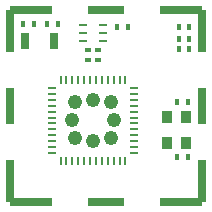
<source format=gtp>
%FSLAX34Y34*%
G04 Gerber Fmt 3.4, Leading zero omitted, Abs format*
G04 (created by PCBNEW (2013-12-14 BZR 4555)-product) date Tue 18 Feb 2014 14:51:01 EST*
%MOIN*%
G01*
G70*
G90*
G04 APERTURE LIST*
%ADD10C,0.003937*%
%ADD11O,0.009291X0.026800*%
%ADD12O,0.026800X0.009291*%
%ADD13C,0.048000*%
%ADD14R,0.031496X0.009449*%
%ADD15R,0.012560X0.018880*%
%ADD16R,0.018880X0.012560*%
%ADD17R,0.036220X0.044094*%
%ADD18R,0.119685X0.031496*%
%ADD19R,0.031496X0.119685*%
%ADD20R,0.031496X0.143307*%
%ADD21R,0.143307X0.031496*%
%ADD22R,0.031496X0.056693*%
G04 APERTURE END LIST*
G54D10*
G54D11*
X649Y-236D03*
X452Y-236D03*
X255Y-236D03*
X59Y-236D03*
X-137Y-236D03*
X-334Y-236D03*
X-531Y-236D03*
X-728Y-236D03*
X-925Y-236D03*
X-1122Y-236D03*
X-1318Y-236D03*
X-1515Y-236D03*
X-1515Y-2952D03*
X-1318Y-2952D03*
X-1122Y-2952D03*
X-925Y-2952D03*
X-728Y-2952D03*
X-531Y-2952D03*
X-334Y-2952D03*
X-137Y-2952D03*
X59Y-2952D03*
X255Y-2952D03*
X452Y-2952D03*
X649Y-2952D03*
G54D12*
X-1791Y-511D03*
X-1791Y-708D03*
X-1791Y-905D03*
X-1791Y-1102D03*
X-1791Y-1299D03*
X-1791Y-1496D03*
X-1791Y-1692D03*
X-1791Y-1889D03*
X-1791Y-2086D03*
X-1791Y-2283D03*
X-1791Y-2480D03*
X-1791Y-2677D03*
X924Y-2677D03*
X924Y-2480D03*
X924Y-2283D03*
X924Y-2086D03*
X924Y-1889D03*
X924Y-1692D03*
X924Y-1496D03*
X924Y-1299D03*
X924Y-1102D03*
X924Y-905D03*
X924Y-708D03*
X924Y-511D03*
G54D13*
X-1033Y-2194D03*
X166Y-2194D03*
X166Y-994D03*
X-1033Y-994D03*
X-433Y-905D03*
X-433Y-2283D03*
X-1122Y-1594D03*
X255Y-1594D03*
G54D14*
X-757Y1582D03*
X-757Y1326D03*
X-757Y1070D03*
X-108Y1070D03*
X-108Y1326D03*
X-108Y1582D03*
G54D15*
X2417Y1137D03*
X2771Y1137D03*
X2417Y775D03*
X2771Y775D03*
X2362Y-992D03*
X2716Y-992D03*
X2716Y-2811D03*
X2362Y-2811D03*
G54D16*
X-255Y763D03*
X-255Y409D03*
X-610Y763D03*
X-610Y409D03*
G54D15*
X-1960Y1618D03*
X-1606Y1618D03*
X-2417Y1622D03*
X-2771Y1622D03*
X2771Y1535D03*
X2417Y1535D03*
G54D17*
X2047Y-1468D03*
X2047Y-2334D03*
X2677Y-2334D03*
X2677Y-1468D03*
G54D18*
X0Y2098D03*
X0Y-4318D03*
G54D19*
X-3208Y-1110D03*
X3208Y-1110D03*
G54D20*
X-3208Y1399D03*
X-3208Y-3620D03*
X3208Y-3620D03*
X3208Y1399D03*
G54D21*
X-2509Y2098D03*
X2509Y2098D03*
X2509Y-4318D03*
X-2509Y-4318D03*
G54D22*
X-1724Y1062D03*
X-2708Y1062D03*
G54D15*
X736Y1535D03*
X382Y1535D03*
M02*

</source>
